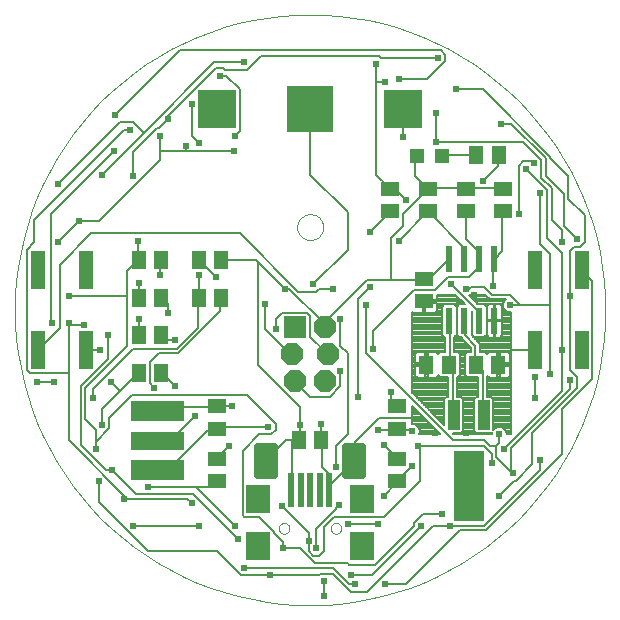
<source format=gtl>
G75*
G70*
%OFA0B0*%
%FSLAX24Y24*%
%IPPOS*%
%LPD*%
%AMOC8*
5,1,8,0,0,1.08239X$1,22.5*
%
%ADD10C,0.0004*%
%ADD11C,0.0000*%
%ADD12R,0.0591X0.0512*%
%ADD13R,0.0512X0.0591*%
%ADD14R,0.0984X0.2362*%
%ADD15R,0.0394X0.0984*%
%ADD16C,0.0030*%
%ADD17C,0.0033*%
%ADD18R,0.0236X0.0866*%
%ADD19R,0.1560X0.1560*%
%ADD20R,0.1250X0.1250*%
%ADD21R,0.0472X0.1260*%
%ADD22R,0.0740X0.0740*%
%ADD23OC8,0.0740*%
%ADD24R,0.0787X0.0945*%
%ADD25R,0.0197X0.1181*%
%ADD26C,0.0197*%
%ADD27R,0.0472X0.0472*%
%ADD28C,0.0070*%
%ADD29C,0.0240*%
%ADD30C,0.0080*%
D10*
X000161Y010296D02*
X000173Y010779D01*
X000208Y011261D01*
X000268Y011740D01*
X000350Y012216D01*
X000456Y012688D01*
X000585Y013153D01*
X000736Y013612D01*
X000910Y014063D01*
X001106Y014504D01*
X001323Y014936D01*
X001561Y015356D01*
X001820Y015764D01*
X002098Y016159D01*
X002395Y016540D01*
X002711Y016906D01*
X003044Y017256D01*
X003394Y017589D01*
X003760Y017905D01*
X004141Y018202D01*
X004536Y018480D01*
X004944Y018739D01*
X005364Y018977D01*
X005796Y019194D01*
X006237Y019390D01*
X006688Y019564D01*
X007147Y019715D01*
X007612Y019844D01*
X008084Y019950D01*
X008560Y020032D01*
X009039Y020092D01*
X009521Y020127D01*
X010004Y020139D01*
X010487Y020127D01*
X010969Y020092D01*
X011448Y020032D01*
X011924Y019950D01*
X012396Y019844D01*
X012861Y019715D01*
X013320Y019564D01*
X013771Y019390D01*
X014212Y019194D01*
X014644Y018977D01*
X015064Y018739D01*
X015472Y018480D01*
X015867Y018202D01*
X016248Y017905D01*
X016614Y017589D01*
X016964Y017256D01*
X017297Y016906D01*
X017613Y016540D01*
X017910Y016159D01*
X018188Y015764D01*
X018447Y015356D01*
X018685Y014936D01*
X018902Y014504D01*
X019098Y014063D01*
X019272Y013612D01*
X019423Y013153D01*
X019552Y012688D01*
X019658Y012216D01*
X019740Y011740D01*
X019800Y011261D01*
X019835Y010779D01*
X019847Y010296D01*
X019835Y009813D01*
X019800Y009331D01*
X019740Y008852D01*
X019658Y008376D01*
X019552Y007904D01*
X019423Y007439D01*
X019272Y006980D01*
X019098Y006529D01*
X018902Y006088D01*
X018685Y005656D01*
X018447Y005236D01*
X018188Y004828D01*
X017910Y004433D01*
X017613Y004052D01*
X017297Y003686D01*
X016964Y003336D01*
X016614Y003003D01*
X016248Y002687D01*
X015867Y002390D01*
X015472Y002112D01*
X015064Y001853D01*
X014644Y001615D01*
X014212Y001398D01*
X013771Y001202D01*
X013320Y001028D01*
X012861Y000877D01*
X012396Y000748D01*
X011924Y000642D01*
X011448Y000560D01*
X010969Y000500D01*
X010487Y000465D01*
X010004Y000453D01*
X009521Y000465D01*
X009039Y000500D01*
X008560Y000560D01*
X008084Y000642D01*
X007612Y000748D01*
X007147Y000877D01*
X006688Y001028D01*
X006237Y001202D01*
X005796Y001398D01*
X005364Y001615D01*
X004944Y001853D01*
X004536Y002112D01*
X004141Y002390D01*
X003760Y002687D01*
X003394Y003003D01*
X003044Y003336D01*
X002711Y003686D01*
X002395Y004052D01*
X002098Y004433D01*
X001820Y004828D01*
X001561Y005236D01*
X001323Y005656D01*
X001106Y006088D01*
X000910Y006529D01*
X000736Y006980D01*
X000585Y007439D01*
X000456Y007904D01*
X000350Y008376D01*
X000268Y008852D01*
X000208Y009331D01*
X000173Y009813D01*
X000161Y010296D01*
D11*
X009571Y013052D02*
X009573Y013093D01*
X009579Y013134D01*
X009589Y013174D01*
X009602Y013213D01*
X009619Y013250D01*
X009640Y013286D01*
X009664Y013320D01*
X009691Y013351D01*
X009720Y013379D01*
X009753Y013405D01*
X009787Y013427D01*
X009824Y013446D01*
X009862Y013461D01*
X009902Y013473D01*
X009942Y013481D01*
X009983Y013485D01*
X010025Y013485D01*
X010066Y013481D01*
X010106Y013473D01*
X010146Y013461D01*
X010184Y013446D01*
X010220Y013427D01*
X010255Y013405D01*
X010288Y013379D01*
X010317Y013351D01*
X010344Y013320D01*
X010368Y013286D01*
X010389Y013250D01*
X010406Y013213D01*
X010419Y013174D01*
X010429Y013134D01*
X010435Y013093D01*
X010437Y013052D01*
X010435Y013011D01*
X010429Y012970D01*
X010419Y012930D01*
X010406Y012891D01*
X010389Y012854D01*
X010368Y012818D01*
X010344Y012784D01*
X010317Y012753D01*
X010288Y012725D01*
X010255Y012699D01*
X010221Y012677D01*
X010184Y012658D01*
X010146Y012643D01*
X010106Y012631D01*
X010066Y012623D01*
X010025Y012619D01*
X009983Y012619D01*
X009942Y012623D01*
X009902Y012631D01*
X009862Y012643D01*
X009824Y012658D01*
X009788Y012677D01*
X009753Y012699D01*
X009720Y012725D01*
X009691Y012753D01*
X009664Y012784D01*
X009640Y012818D01*
X009619Y012854D01*
X009602Y012891D01*
X009589Y012930D01*
X009579Y012970D01*
X009573Y013011D01*
X009571Y013052D01*
X008961Y003013D02*
X008963Y003039D01*
X008969Y003065D01*
X008979Y003090D01*
X008992Y003113D01*
X009008Y003133D01*
X009028Y003151D01*
X009050Y003166D01*
X009073Y003178D01*
X009099Y003186D01*
X009125Y003190D01*
X009151Y003190D01*
X009177Y003186D01*
X009203Y003178D01*
X009227Y003166D01*
X009248Y003151D01*
X009268Y003133D01*
X009284Y003113D01*
X009297Y003090D01*
X009307Y003065D01*
X009313Y003039D01*
X009315Y003013D01*
X009313Y002987D01*
X009307Y002961D01*
X009297Y002936D01*
X009284Y002913D01*
X009268Y002893D01*
X009248Y002875D01*
X009226Y002860D01*
X009203Y002848D01*
X009177Y002840D01*
X009151Y002836D01*
X009125Y002836D01*
X009099Y002840D01*
X009073Y002848D01*
X009049Y002860D01*
X009028Y002875D01*
X009008Y002893D01*
X008992Y002913D01*
X008979Y002936D01*
X008969Y002961D01*
X008963Y002987D01*
X008961Y003013D01*
X010693Y003013D02*
X010695Y003039D01*
X010701Y003065D01*
X010711Y003090D01*
X010724Y003113D01*
X010740Y003133D01*
X010760Y003151D01*
X010782Y003166D01*
X010805Y003178D01*
X010831Y003186D01*
X010857Y003190D01*
X010883Y003190D01*
X010909Y003186D01*
X010935Y003178D01*
X010959Y003166D01*
X010980Y003151D01*
X011000Y003133D01*
X011016Y003113D01*
X011029Y003090D01*
X011039Y003065D01*
X011045Y003039D01*
X011047Y003013D01*
X011045Y002987D01*
X011039Y002961D01*
X011029Y002936D01*
X011016Y002913D01*
X011000Y002893D01*
X010980Y002875D01*
X010958Y002860D01*
X010935Y002848D01*
X010909Y002840D01*
X010883Y002836D01*
X010857Y002836D01*
X010831Y002840D01*
X010805Y002848D01*
X010781Y002860D01*
X010760Y002875D01*
X010740Y002893D01*
X010724Y002913D01*
X010711Y002936D01*
X010701Y002961D01*
X010695Y002987D01*
X010693Y003013D01*
D12*
X012911Y004580D03*
X012911Y005328D03*
X012911Y006330D03*
X012911Y007078D03*
X013791Y010580D03*
X013791Y011328D03*
X013949Y013580D03*
X013949Y014328D03*
X015199Y014328D03*
X015199Y013580D03*
X016449Y013580D03*
X016449Y014328D03*
X012661Y014328D03*
X012661Y013580D03*
X006911Y007078D03*
X006911Y006330D03*
X006911Y005328D03*
X006911Y004580D03*
D13*
X009630Y005965D03*
X010378Y005965D03*
X013882Y008471D03*
X014630Y008471D03*
X015535Y008471D03*
X016283Y008471D03*
X007035Y010704D03*
X006287Y010704D03*
X005035Y010704D03*
X004287Y010704D03*
X004287Y011954D03*
X005035Y011954D03*
X006287Y011954D03*
X007035Y011954D03*
X005035Y009454D03*
X004287Y009454D03*
X004287Y008204D03*
X005035Y008204D03*
X015537Y015454D03*
X016285Y015454D03*
D14*
X015291Y004428D03*
D15*
X014791Y006790D03*
X015791Y006790D03*
D16*
X005782Y006234D02*
X005782Y005674D01*
X004040Y005674D01*
X004040Y006234D01*
X005782Y006234D01*
X005782Y005703D02*
X004040Y005703D01*
X004040Y005732D02*
X005782Y005732D01*
X005782Y005761D02*
X004040Y005761D01*
X004040Y005790D02*
X005782Y005790D01*
X005782Y005819D02*
X004040Y005819D01*
X004040Y005848D02*
X005782Y005848D01*
X005782Y005877D02*
X004040Y005877D01*
X004040Y005906D02*
X005782Y005906D01*
X005782Y005935D02*
X004040Y005935D01*
X004040Y005964D02*
X005782Y005964D01*
X005782Y005993D02*
X004040Y005993D01*
X004040Y006022D02*
X005782Y006022D01*
X005782Y006051D02*
X004040Y006051D01*
X004040Y006080D02*
X005782Y006080D01*
X005782Y006109D02*
X004040Y006109D01*
X004040Y006138D02*
X005782Y006138D01*
X005782Y006167D02*
X004040Y006167D01*
X004040Y006196D02*
X005782Y006196D01*
X005782Y006225D02*
X004040Y006225D01*
D17*
X005781Y006620D02*
X005781Y007256D01*
X005781Y006620D02*
X004041Y006620D01*
X004041Y007256D01*
X005781Y007256D01*
X005781Y006652D02*
X004041Y006652D01*
X004041Y006684D02*
X005781Y006684D01*
X005781Y006716D02*
X004041Y006716D01*
X004041Y006748D02*
X005781Y006748D01*
X005781Y006780D02*
X004041Y006780D01*
X004041Y006812D02*
X005781Y006812D01*
X005781Y006844D02*
X004041Y006844D01*
X004041Y006876D02*
X005781Y006876D01*
X005781Y006908D02*
X004041Y006908D01*
X004041Y006940D02*
X005781Y006940D01*
X005781Y006972D02*
X004041Y006972D01*
X004041Y007004D02*
X005781Y007004D01*
X005781Y007036D02*
X004041Y007036D01*
X004041Y007068D02*
X005781Y007068D01*
X005781Y007100D02*
X004041Y007100D01*
X004041Y007132D02*
X005781Y007132D01*
X005781Y007164D02*
X004041Y007164D01*
X004041Y007196D02*
X005781Y007196D01*
X005781Y007228D02*
X004041Y007228D01*
X005781Y005287D02*
X005781Y004651D01*
X004041Y004651D01*
X004041Y005287D01*
X005781Y005287D01*
X005781Y004683D02*
X004041Y004683D01*
X004041Y004715D02*
X005781Y004715D01*
X005781Y004747D02*
X004041Y004747D01*
X004041Y004779D02*
X005781Y004779D01*
X005781Y004811D02*
X004041Y004811D01*
X004041Y004843D02*
X005781Y004843D01*
X005781Y004875D02*
X004041Y004875D01*
X004041Y004907D02*
X005781Y004907D01*
X005781Y004939D02*
X004041Y004939D01*
X004041Y004971D02*
X005781Y004971D01*
X005781Y005003D02*
X004041Y005003D01*
X004041Y005035D02*
X005781Y005035D01*
X005781Y005067D02*
X004041Y005067D01*
X004041Y005099D02*
X005781Y005099D01*
X005781Y005131D02*
X004041Y005131D01*
X004041Y005163D02*
X005781Y005163D01*
X005781Y005195D02*
X004041Y005195D01*
X004041Y005227D02*
X005781Y005227D01*
X005781Y005259D02*
X004041Y005259D01*
D18*
X014647Y009930D03*
X015147Y009930D03*
X015647Y009930D03*
X016147Y009930D03*
X016147Y011977D03*
X015647Y011977D03*
X015147Y011977D03*
X014647Y011977D03*
D19*
X010004Y016989D03*
D20*
X013104Y016989D03*
X006904Y016989D03*
D21*
X002523Y011635D03*
X000949Y011635D03*
X000949Y008957D03*
X002523Y008957D03*
X017484Y008957D03*
X019059Y008957D03*
X019059Y011635D03*
X017484Y011635D03*
D22*
X009491Y009714D03*
D23*
X010491Y009714D03*
X010591Y008814D03*
X009391Y008814D03*
X009491Y007914D03*
X010491Y007914D03*
D24*
X011736Y003997D03*
X011736Y002422D03*
X008271Y002422D03*
X008271Y003997D03*
D25*
X009374Y004298D03*
X009689Y004298D03*
X010004Y004298D03*
X010319Y004298D03*
X010634Y004298D03*
D26*
X011177Y004765D02*
X011767Y004765D01*
X011177Y004765D02*
X011177Y005749D01*
X011767Y005749D01*
X011767Y004765D01*
X011767Y004961D02*
X011177Y004961D01*
X011177Y005157D02*
X011767Y005157D01*
X011767Y005353D02*
X011177Y005353D01*
X011177Y005549D02*
X011767Y005549D01*
X011767Y005745D02*
X011177Y005745D01*
X008830Y004765D02*
X008240Y004765D01*
X008240Y005749D01*
X008830Y005749D01*
X008830Y004765D01*
X008830Y004961D02*
X008240Y004961D01*
X008240Y005157D02*
X008830Y005157D01*
X008830Y005353D02*
X008240Y005353D01*
X008240Y005549D02*
X008830Y005549D01*
X008830Y005745D02*
X008240Y005745D01*
D27*
X013578Y015434D03*
X014405Y015434D03*
D28*
X002961Y003904D02*
X004611Y002254D01*
X006911Y002254D01*
X007711Y001454D01*
X008661Y001454D01*
X010311Y001454D01*
X010361Y001504D01*
X010761Y001504D01*
X011361Y000904D01*
X011911Y000904D01*
X014111Y003104D01*
X014661Y003104D01*
X015811Y003104D01*
X017661Y004954D01*
X017661Y005304D01*
X017411Y005154D02*
X017411Y006204D01*
X018911Y007704D01*
X018911Y008054D01*
X018661Y008304D01*
X018661Y010754D01*
X018661Y012254D01*
X018811Y012404D01*
X019011Y012404D01*
X019161Y012554D01*
X019161Y013454D01*
X018611Y014004D01*
X018611Y014754D01*
X018011Y015354D01*
X018011Y015404D01*
X015761Y017654D01*
X014861Y017654D01*
X014511Y018604D02*
X013911Y018004D01*
X012961Y018004D01*
X012511Y017904D02*
X012211Y017904D01*
X012211Y018504D01*
X012361Y018704D02*
X012311Y018754D01*
X008361Y018754D01*
X007911Y018304D01*
X007161Y018304D01*
X007111Y018354D01*
X006861Y018354D01*
X005261Y016754D01*
X005261Y016654D01*
X004961Y016354D01*
X004911Y016354D01*
X004111Y015554D01*
X004111Y014754D01*
X005011Y015304D02*
X002961Y013254D01*
X002311Y013254D01*
X001611Y012554D01*
X001661Y011804D02*
X001661Y009704D01*
X000961Y009004D01*
X000949Y008957D01*
X000561Y008304D02*
X000661Y008204D01*
X001961Y008204D01*
X001961Y009804D01*
X001961Y009854D01*
X001961Y009804D01*
X002461Y009804D01*
X003261Y009454D02*
X003261Y008654D01*
X002361Y007754D01*
X002361Y005804D01*
X003211Y004954D01*
X003411Y004954D01*
X004211Y004154D01*
X006111Y004154D01*
X007611Y002654D01*
X007511Y003104D02*
X006211Y004404D01*
X004611Y004404D01*
X003911Y004004D02*
X003811Y004004D01*
X003911Y004004D01*
X001961Y005954D01*
X001961Y008204D01*
X001461Y007904D02*
X000911Y007904D01*
X000561Y008304D02*
X000561Y012304D01*
X000811Y012554D01*
X000811Y013304D01*
X003811Y016304D01*
X004011Y016304D01*
X004111Y016554D02*
X003661Y016554D01*
X001611Y014504D01*
X003061Y014804D02*
X004461Y016204D01*
X004111Y016554D01*
X004461Y016204D02*
X006811Y018554D01*
X007811Y018554D01*
X007211Y018104D02*
X007661Y017654D01*
X007661Y016254D01*
X007511Y016104D01*
X007461Y015604D02*
X005861Y015604D01*
X005861Y015754D01*
X005861Y015604D02*
X005011Y015604D01*
X005011Y016104D01*
X005011Y015604D02*
X005011Y015304D01*
X006061Y016104D02*
X006311Y015854D01*
X006061Y016104D02*
X006061Y017154D01*
X007011Y018104D02*
X007211Y018104D01*
X005661Y018954D02*
X003511Y016804D01*
X003461Y015604D02*
X001361Y013504D01*
X001361Y009904D01*
X001411Y009854D01*
X001961Y010754D02*
X003911Y010754D01*
X003911Y009104D01*
X002511Y007704D01*
X002511Y006654D01*
X002861Y006304D01*
X002861Y005904D01*
X003311Y006354D01*
X003311Y006704D01*
X004061Y007454D01*
X007911Y007454D01*
X008861Y006504D01*
X008861Y006304D01*
X008711Y006154D01*
X008311Y006154D01*
X007761Y005604D01*
X007761Y003454D01*
X007811Y003404D01*
X008311Y003404D01*
X008811Y002904D01*
X008811Y002854D01*
X009111Y002554D01*
X009111Y002354D01*
X009661Y002354D01*
X010161Y001854D01*
X011261Y001854D01*
X011311Y001804D01*
X012161Y001804D01*
X013461Y003104D01*
X013461Y003204D01*
X013761Y003504D01*
X014411Y003504D01*
X013711Y003104D02*
X012061Y001454D01*
X011361Y001454D01*
X011311Y001154D02*
X011511Y001154D01*
X011311Y001154D02*
X010761Y001704D01*
X007811Y001704D01*
X009961Y002254D02*
X009961Y002604D01*
X009961Y002854D01*
X009061Y003754D01*
X009374Y004298D02*
X009411Y004304D01*
X009411Y005954D01*
X009630Y005965D01*
X009661Y006004D01*
X009661Y006454D01*
X009661Y007054D01*
X008261Y008454D01*
X008261Y011904D01*
X008211Y011954D01*
X007061Y011954D01*
X007035Y011954D01*
X006861Y011404D02*
X006311Y011954D01*
X006287Y011954D01*
X006311Y011454D02*
X006311Y010704D01*
X006287Y010704D01*
X006261Y010704D01*
X006261Y009704D01*
X005561Y009004D01*
X004111Y009004D01*
X002761Y007654D01*
X002761Y007354D01*
X003061Y007004D02*
X003661Y007604D01*
X003361Y007904D01*
X003661Y007604D02*
X004261Y008204D01*
X004287Y008204D01*
X004661Y007854D02*
X004661Y008554D01*
X004961Y008854D01*
X005611Y008854D01*
X007011Y010254D01*
X007011Y010704D01*
X007035Y010704D01*
X008511Y010504D02*
X008511Y009654D01*
X009361Y008804D01*
X009391Y008814D01*
X010011Y009404D02*
X010561Y008854D01*
X010591Y008814D01*
X011011Y009104D02*
X011261Y008854D01*
X011261Y006154D01*
X010861Y005754D01*
X010861Y005054D01*
X010611Y004854D02*
X010611Y004404D01*
X010634Y004298D01*
X010611Y004304D01*
X010611Y004404D01*
X011461Y005254D01*
X011472Y005257D01*
X011511Y005304D01*
X011511Y005904D01*
X012311Y006704D01*
X013361Y006704D01*
X013391Y006704D01*
X013361Y006304D02*
X012911Y006304D01*
X012911Y006330D01*
X012911Y006304D01*
X012261Y006304D01*
X012461Y005804D02*
X012911Y005354D01*
X012911Y005328D01*
X013411Y005104D02*
X012911Y004604D01*
X012911Y004580D01*
X012911Y004554D01*
X012461Y004104D01*
X012461Y003404D02*
X013661Y004604D01*
X013661Y005754D01*
X013611Y005754D01*
X013661Y005754D01*
X015811Y005754D01*
X016061Y005504D01*
X016061Y005204D01*
X016211Y005404D02*
X016711Y004904D01*
X016761Y004854D01*
X016711Y004904D01*
X016711Y005704D01*
X018661Y007654D01*
X018661Y007954D01*
X018411Y007604D02*
X018411Y008954D01*
X018411Y012204D01*
X017911Y012704D01*
X017911Y014304D01*
X017211Y015004D01*
X017111Y015254D02*
X016961Y015104D01*
X016961Y013504D01*
X016449Y013580D02*
X016411Y013554D01*
X016411Y012254D01*
X016161Y012004D01*
X016147Y011977D01*
X016111Y011954D01*
X016111Y011104D01*
X016061Y010804D02*
X015811Y011054D01*
X015361Y011054D01*
X015311Y011004D01*
X015211Y011004D01*
X014711Y011154D02*
X015611Y010254D01*
X015611Y009954D01*
X015647Y009930D01*
X015161Y009904D02*
X015161Y009454D01*
X015511Y009104D01*
X015511Y008504D01*
X015535Y008471D01*
X015561Y008454D01*
X015761Y008254D01*
X015761Y006804D01*
X015791Y006790D01*
X016311Y006154D02*
X016311Y005854D01*
X016211Y005754D01*
X016011Y005754D01*
X015811Y005954D01*
X014761Y005954D01*
X011861Y008854D01*
X011861Y010454D01*
X011611Y010654D02*
X012011Y011054D01*
X011911Y011304D02*
X010461Y009854D01*
X010491Y009714D01*
X010461Y009754D01*
X010461Y009854D01*
X009311Y011004D01*
X009161Y011004D01*
X008261Y011904D01*
X007661Y012854D02*
X002711Y012854D01*
X001661Y011804D01*
X003911Y011604D02*
X003911Y010754D01*
X004287Y010704D02*
X004311Y010704D01*
X004311Y011204D01*
X003911Y011604D02*
X004261Y011954D01*
X004287Y011954D01*
X004261Y011954D01*
X004261Y012604D01*
X005011Y011954D02*
X005035Y011954D01*
X005011Y011954D02*
X005011Y011454D01*
X005035Y010704D02*
X005061Y010704D01*
X005261Y010504D01*
X005261Y010204D01*
X004311Y010004D02*
X004311Y009454D01*
X004287Y009454D01*
X005035Y009454D02*
X005061Y009454D01*
X005211Y009304D01*
X005511Y009304D01*
X005061Y008204D02*
X005035Y008204D01*
X005061Y008204D02*
X005511Y007754D01*
X004811Y007704D02*
X004661Y007854D01*
X005011Y007054D02*
X004911Y006954D01*
X004911Y006938D01*
X005011Y007054D02*
X006911Y007054D01*
X006911Y007078D01*
X006911Y007104D01*
X007411Y007104D01*
X006961Y006404D02*
X006911Y006354D01*
X006911Y006330D01*
X006911Y006304D01*
X006611Y006304D01*
X005311Y005004D01*
X004911Y005004D01*
X004911Y004969D01*
X006211Y004404D02*
X006761Y004404D01*
X006911Y004554D01*
X006911Y004580D01*
X006911Y005328D02*
X006911Y005354D01*
X007311Y005754D01*
X006961Y006404D02*
X008611Y006404D01*
X009211Y005954D02*
X008561Y005304D01*
X008535Y005257D01*
X009211Y005954D02*
X009411Y005954D01*
X009611Y005954D01*
X009630Y005965D01*
X010361Y006004D02*
X010361Y006504D01*
X010361Y006004D02*
X010378Y005965D01*
X010411Y005954D01*
X010411Y005054D01*
X010611Y004854D01*
X010961Y003804D02*
X010861Y003704D01*
X010861Y003654D01*
X010211Y003004D01*
X010211Y002354D01*
X009961Y002254D02*
X010111Y002104D01*
X010311Y002104D01*
X010461Y002254D01*
X010461Y003054D01*
X010811Y003404D01*
X012461Y003404D01*
X012261Y003154D02*
X011261Y003154D01*
X010461Y001254D02*
X010461Y000754D01*
X012511Y001154D02*
X013211Y001154D01*
X015011Y002954D01*
X015861Y002954D01*
X018411Y005504D01*
X018411Y007004D01*
X019411Y008004D01*
X019411Y011254D01*
X019061Y011604D01*
X019059Y011635D01*
X018411Y012554D02*
X018411Y012954D01*
X018061Y013304D01*
X018061Y014354D01*
X017711Y014704D01*
X017711Y015304D01*
X017111Y015904D01*
X014211Y015904D01*
X014211Y016854D01*
X013111Y016954D02*
X013104Y016989D01*
X013111Y016954D02*
X013111Y016054D01*
X013511Y015454D02*
X013561Y015454D01*
X013578Y015434D01*
X013511Y015454D02*
X013511Y014754D01*
X013911Y014354D01*
X013949Y014328D01*
X013911Y014304D01*
X013111Y013504D01*
X013111Y013104D01*
X012711Y012704D01*
X012711Y011304D01*
X013761Y011304D01*
X013791Y011328D01*
X013811Y011354D01*
X014011Y011354D01*
X014611Y011954D01*
X014647Y011977D01*
X015111Y012004D02*
X015147Y011977D01*
X015111Y012004D02*
X015111Y012404D01*
X013961Y013554D01*
X013949Y013580D01*
X013911Y013554D01*
X012961Y012604D01*
X012011Y012904D02*
X012661Y013554D01*
X012661Y013580D01*
X013211Y013954D02*
X012861Y014304D01*
X012661Y014304D01*
X012661Y014328D01*
X012661Y014354D01*
X012211Y014804D01*
X012211Y017904D01*
X012361Y018704D02*
X014261Y018704D01*
X014361Y018954D02*
X005661Y018954D01*
X010004Y016989D02*
X010011Y016954D01*
X010011Y014804D01*
X011261Y013554D01*
X011261Y012304D01*
X010111Y011154D01*
X010311Y011004D02*
X010211Y010904D01*
X009611Y010904D01*
X007661Y012854D01*
X010311Y011004D02*
X010761Y011004D01*
X011611Y010654D02*
X011611Y007404D01*
X011011Y007754D02*
X010661Y007404D01*
X010011Y007404D01*
X009511Y007904D01*
X009491Y007914D01*
X011011Y007754D02*
X011011Y008254D01*
X011011Y009104D02*
X011011Y010004D01*
X010011Y010104D02*
X010011Y009404D01*
X010011Y010104D02*
X009911Y010204D01*
X009061Y010204D01*
X008861Y010004D01*
X008861Y009654D01*
X012111Y009604D02*
X012111Y009004D01*
X012111Y009604D02*
X013461Y010954D01*
X014161Y010954D01*
X014611Y011404D01*
X015311Y011404D01*
X015611Y011704D01*
X015611Y011954D01*
X015647Y011977D01*
X015611Y012004D01*
X015611Y012254D01*
X015211Y012654D01*
X015211Y013554D01*
X015199Y013580D01*
X015199Y014328D02*
X015161Y014354D01*
X013961Y014354D01*
X013949Y014328D01*
X015199Y014328D02*
X015211Y014354D01*
X016411Y014354D01*
X016449Y014328D01*
X015761Y014604D02*
X016261Y015104D01*
X016261Y015454D01*
X016285Y015454D01*
X017111Y015254D02*
X017411Y015254D01*
X017461Y015204D01*
X017861Y015354D02*
X017861Y014754D01*
X018461Y014154D01*
X018461Y013104D01*
X018911Y012654D01*
X018011Y012154D02*
X018011Y010454D01*
X017011Y010454D01*
X016661Y010804D01*
X016061Y010804D01*
X016661Y010454D02*
X017011Y010454D01*
X018011Y010454D02*
X018011Y008154D01*
X017511Y008054D02*
X017511Y007354D01*
X018411Y007604D02*
X016461Y005654D01*
X016211Y005754D02*
X016211Y005404D01*
X016861Y004604D02*
X017411Y005154D01*
X016861Y004604D02*
X016811Y004604D01*
X016311Y004104D01*
X013411Y006254D02*
X013361Y006304D01*
X012911Y007078D02*
X012911Y007104D01*
X012711Y007304D01*
X012711Y007554D01*
X014630Y008471D02*
X014661Y008454D01*
X014761Y008354D01*
X014761Y006804D01*
X014791Y006790D01*
X014630Y008471D02*
X014661Y008504D01*
X014661Y009904D01*
X014647Y009930D01*
X015147Y009930D02*
X015161Y009904D01*
X016704Y008954D02*
X016711Y008954D01*
X017461Y008954D01*
X017484Y008957D01*
X018011Y012154D02*
X017661Y012504D01*
X017661Y014204D01*
X017861Y015354D02*
X016711Y016504D01*
X016361Y016504D01*
X015537Y015454D02*
X015511Y015454D01*
X014411Y015454D01*
X014405Y015434D01*
X014511Y018604D02*
X014511Y018804D01*
X014361Y018954D01*
X012711Y011304D02*
X011911Y011304D01*
X006161Y006754D02*
X005361Y005954D01*
X004911Y005954D01*
X003061Y006454D02*
X003061Y007004D01*
X002861Y005904D02*
X002861Y005654D01*
X002961Y004604D02*
X002961Y003904D01*
X003911Y004004D02*
X005911Y004004D01*
X006061Y003854D01*
X006311Y003104D02*
X004111Y003104D01*
X003011Y008954D02*
X002561Y008954D01*
X002523Y008957D01*
D29*
X003011Y008954D03*
X003261Y009454D03*
X002461Y009804D03*
X001961Y009854D03*
X001411Y009854D03*
X001961Y010754D03*
X004311Y011204D03*
X005011Y011454D03*
X006311Y011454D03*
X006861Y011404D03*
X008511Y010504D03*
X009161Y011004D03*
X010111Y011154D03*
X010761Y011004D03*
X011861Y010454D03*
X012011Y011054D03*
X011011Y010004D03*
X012111Y009004D03*
X011011Y008254D03*
X011611Y007404D03*
X012711Y007554D03*
X012261Y006304D03*
X012461Y005804D03*
X013411Y006254D03*
X013611Y005754D03*
X014161Y006204D03*
X015211Y006204D03*
X016311Y006154D03*
X016461Y005654D03*
X016061Y005204D03*
X016761Y004854D03*
X016311Y004104D03*
X014661Y003104D03*
X014411Y003504D03*
X013711Y003104D03*
X012261Y003154D03*
X011261Y003154D03*
X010961Y003804D03*
X012461Y004104D03*
X013411Y005104D03*
X010861Y005054D03*
X009061Y003754D03*
X007511Y003104D03*
X007611Y002654D03*
X006311Y003104D03*
X006061Y003854D03*
X004611Y004404D03*
X003811Y004004D03*
X002961Y004604D03*
X003411Y004954D03*
X002861Y005654D03*
X003061Y006454D03*
X002761Y007354D03*
X003361Y007904D03*
X004811Y007704D03*
X005511Y007754D03*
X006161Y006754D03*
X007411Y007104D03*
X008611Y006404D03*
X009661Y006454D03*
X010361Y006504D03*
X007311Y005754D03*
X004111Y003104D03*
X007811Y001704D03*
X008661Y001454D03*
X009111Y002354D03*
X009961Y002604D03*
X010211Y002354D03*
X011361Y001454D03*
X011511Y001154D03*
X010461Y001254D03*
X010461Y000754D03*
X012511Y001154D03*
X017661Y005304D03*
X017511Y007354D03*
X017511Y008054D03*
X018011Y008154D03*
X018661Y007954D03*
X018411Y008954D03*
X016661Y010454D03*
X016111Y011104D03*
X015461Y010804D03*
X015211Y011004D03*
X014711Y011154D03*
X014961Y010554D03*
X012961Y012604D03*
X012011Y012904D03*
X013211Y013954D03*
X015761Y014604D03*
X017211Y015004D03*
X017461Y015204D03*
X017661Y014204D03*
X016961Y013504D03*
X018411Y012554D03*
X018911Y012654D03*
X018661Y010754D03*
X014211Y015904D03*
X013111Y016054D03*
X014211Y016854D03*
X014861Y017654D03*
X016361Y016504D03*
X014261Y018704D03*
X012961Y018004D03*
X012511Y017904D03*
X012211Y018504D03*
X007811Y018554D03*
X007011Y018104D03*
X006061Y017154D03*
X005261Y016654D03*
X005011Y016104D03*
X005861Y015754D03*
X006311Y015854D03*
X007461Y015604D03*
X007511Y016104D03*
X004111Y014754D03*
X003061Y014804D03*
X003461Y015604D03*
X004011Y016304D03*
X003511Y016804D03*
X001611Y014504D03*
X002311Y013254D03*
X001611Y012554D03*
X004261Y012604D03*
X005261Y010204D03*
X004311Y010004D03*
X005511Y009304D03*
X008861Y009654D03*
X001461Y007904D03*
X000911Y007904D03*
D30*
X013391Y007915D02*
X014606Y007915D01*
X014606Y007837D02*
X013391Y007837D01*
X013391Y007758D02*
X014606Y007758D01*
X014606Y007680D02*
X013391Y007680D01*
X013391Y007601D02*
X014606Y007601D01*
X014606Y007522D02*
X013411Y007522D01*
X013391Y007543D02*
X013391Y010230D01*
X013410Y010212D01*
X013442Y010193D01*
X013477Y010184D01*
X013751Y010184D01*
X013751Y010539D01*
X013831Y010539D01*
X013831Y010184D01*
X014105Y010184D01*
X014140Y010193D01*
X014409Y010193D01*
X014409Y010271D02*
X014217Y010271D01*
X014217Y010270D02*
X014226Y010305D01*
X014226Y010540D01*
X013831Y010540D01*
X013831Y010619D01*
X014226Y010619D01*
X014226Y010800D01*
X014230Y010804D01*
X014842Y010804D01*
X015163Y010483D01*
X014980Y010483D01*
X014909Y010413D01*
X014909Y009447D01*
X014980Y009377D01*
X015019Y009377D01*
X015097Y009299D01*
X015356Y009039D01*
X015356Y008886D01*
X015230Y008886D01*
X015159Y008816D01*
X015159Y008126D01*
X015230Y008056D01*
X015606Y008056D01*
X015606Y007402D01*
X015545Y007402D01*
X015474Y007332D01*
X015474Y006248D01*
X015545Y006178D01*
X016038Y006178D01*
X016079Y006219D01*
X016071Y006201D01*
X016071Y006154D01*
X014780Y006154D01*
X014756Y006178D01*
X015038Y006178D01*
X015108Y006248D01*
X015108Y007332D01*
X015038Y007402D01*
X014916Y007402D01*
X014916Y008056D01*
X014935Y008056D01*
X015006Y008126D01*
X015006Y008816D01*
X014935Y008886D01*
X014816Y008886D01*
X014816Y009378D01*
X014886Y009447D01*
X014886Y010413D01*
X014815Y010483D01*
X014480Y010483D01*
X014409Y010413D01*
X014409Y009447D01*
X014480Y009377D01*
X014506Y009377D01*
X014506Y008886D01*
X014324Y008886D01*
X014264Y008827D01*
X014250Y008852D01*
X014224Y008879D01*
X014192Y008897D01*
X014156Y008906D01*
X013922Y008906D01*
X013922Y008511D01*
X013842Y008511D01*
X013842Y008431D01*
X013922Y008431D01*
X013922Y008036D01*
X014156Y008036D01*
X014192Y008046D01*
X014224Y008064D01*
X014250Y008090D01*
X014264Y008116D01*
X014324Y008056D01*
X014606Y008056D01*
X014606Y007402D01*
X014545Y007402D01*
X014474Y007332D01*
X014474Y006460D01*
X013391Y007543D01*
X013490Y007444D02*
X014606Y007444D01*
X014508Y007365D02*
X013569Y007365D01*
X013647Y007287D02*
X014474Y007287D01*
X014474Y007208D02*
X013726Y007208D01*
X013804Y007130D02*
X014474Y007130D01*
X014474Y007051D02*
X013883Y007051D01*
X013961Y006973D02*
X014474Y006973D01*
X014474Y006894D02*
X014040Y006894D01*
X014118Y006816D02*
X014474Y006816D01*
X014474Y006737D02*
X014197Y006737D01*
X014275Y006658D02*
X014474Y006658D01*
X014474Y006580D02*
X014354Y006580D01*
X014433Y006501D02*
X014474Y006501D01*
X014151Y006344D02*
X013633Y006344D01*
X013651Y006301D02*
X013615Y006389D01*
X013547Y006457D01*
X013459Y006494D01*
X013391Y006494D01*
X013391Y007104D01*
X014342Y006154D01*
X013630Y006154D01*
X013651Y006206D01*
X013651Y006301D01*
X013651Y006266D02*
X014230Y006266D01*
X014308Y006187D02*
X013644Y006187D01*
X013581Y006423D02*
X014073Y006423D01*
X013994Y006501D02*
X013391Y006501D01*
X013391Y006580D02*
X013916Y006580D01*
X013837Y006658D02*
X013391Y006658D01*
X013391Y006737D02*
X013759Y006737D01*
X013680Y006816D02*
X013391Y006816D01*
X013391Y006894D02*
X013602Y006894D01*
X013523Y006973D02*
X013391Y006973D01*
X013391Y007051D02*
X013444Y007051D01*
X014916Y007444D02*
X015606Y007444D01*
X015606Y007522D02*
X014916Y007522D01*
X014916Y007601D02*
X015606Y007601D01*
X015606Y007680D02*
X014916Y007680D01*
X014916Y007758D02*
X015606Y007758D01*
X015606Y007837D02*
X014916Y007837D01*
X014916Y007915D02*
X015606Y007915D01*
X015606Y007994D02*
X014916Y007994D01*
X014952Y008072D02*
X015213Y008072D01*
X015159Y008151D02*
X015006Y008151D01*
X015006Y008229D02*
X015159Y008229D01*
X015159Y008308D02*
X015006Y008308D01*
X015006Y008386D02*
X015159Y008386D01*
X015159Y008465D02*
X015006Y008465D01*
X015006Y008544D02*
X015159Y008544D01*
X015159Y008622D02*
X015006Y008622D01*
X015006Y008701D02*
X015159Y008701D01*
X015159Y008779D02*
X015006Y008779D01*
X014964Y008858D02*
X015201Y008858D01*
X015356Y008936D02*
X014816Y008936D01*
X014816Y009015D02*
X015356Y009015D01*
X015302Y009093D02*
X014816Y009093D01*
X014816Y009172D02*
X015224Y009172D01*
X015145Y009250D02*
X014816Y009250D01*
X014816Y009329D02*
X015067Y009329D01*
X014949Y009407D02*
X014846Y009407D01*
X014886Y009486D02*
X014909Y009486D01*
X014909Y009565D02*
X014886Y009565D01*
X014886Y009643D02*
X014909Y009643D01*
X014909Y009722D02*
X014886Y009722D01*
X014886Y009800D02*
X014909Y009800D01*
X014909Y009879D02*
X014886Y009879D01*
X014886Y009957D02*
X014909Y009957D01*
X014909Y010036D02*
X014886Y010036D01*
X014886Y010114D02*
X014909Y010114D01*
X014909Y010193D02*
X014886Y010193D01*
X014886Y010271D02*
X014909Y010271D01*
X014909Y010350D02*
X014886Y010350D01*
X014870Y010429D02*
X014925Y010429D01*
X015060Y010586D02*
X013831Y010586D01*
X013831Y010507D02*
X013751Y010507D01*
X013751Y010429D02*
X013831Y010429D01*
X013831Y010350D02*
X013751Y010350D01*
X013751Y010271D02*
X013831Y010271D01*
X013831Y010193D02*
X013751Y010193D01*
X013443Y010193D02*
X013391Y010193D01*
X013391Y010114D02*
X014409Y010114D01*
X014409Y010036D02*
X013391Y010036D01*
X013391Y009957D02*
X014409Y009957D01*
X014409Y009879D02*
X013391Y009879D01*
X013391Y009800D02*
X014409Y009800D01*
X014409Y009722D02*
X013391Y009722D01*
X013391Y009643D02*
X014409Y009643D01*
X014409Y009565D02*
X013391Y009565D01*
X013391Y009486D02*
X014409Y009486D01*
X014449Y009407D02*
X013391Y009407D01*
X013391Y009329D02*
X014506Y009329D01*
X014506Y009250D02*
X013391Y009250D01*
X013391Y009172D02*
X014506Y009172D01*
X014506Y009093D02*
X013391Y009093D01*
X013391Y009015D02*
X014506Y009015D01*
X014506Y008936D02*
X013391Y008936D01*
X013391Y008858D02*
X013519Y008858D01*
X013514Y008852D02*
X013495Y008821D01*
X013486Y008785D01*
X013486Y008511D01*
X013842Y008511D01*
X013842Y008906D01*
X013607Y008906D01*
X013572Y008897D01*
X013540Y008879D01*
X013514Y008852D01*
X013486Y008779D02*
X013391Y008779D01*
X013391Y008701D02*
X013486Y008701D01*
X013486Y008622D02*
X013391Y008622D01*
X013391Y008544D02*
X013486Y008544D01*
X013486Y008431D02*
X013486Y008158D01*
X013495Y008122D01*
X013514Y008090D01*
X013540Y008064D01*
X013572Y008046D01*
X013607Y008036D01*
X013842Y008036D01*
X013842Y008431D01*
X013486Y008431D01*
X013486Y008386D02*
X013391Y008386D01*
X013391Y008308D02*
X013486Y008308D01*
X013486Y008229D02*
X013391Y008229D01*
X013391Y008151D02*
X013488Y008151D01*
X013532Y008072D02*
X013391Y008072D01*
X013391Y007994D02*
X014606Y007994D01*
X014308Y008072D02*
X014232Y008072D01*
X013922Y008072D02*
X013842Y008072D01*
X013842Y008151D02*
X013922Y008151D01*
X013922Y008229D02*
X013842Y008229D01*
X013842Y008308D02*
X013922Y008308D01*
X013922Y008386D02*
X013842Y008386D01*
X013842Y008465D02*
X013391Y008465D01*
X013842Y008544D02*
X013922Y008544D01*
X013922Y008622D02*
X013842Y008622D01*
X013842Y008701D02*
X013922Y008701D01*
X013922Y008779D02*
X013842Y008779D01*
X013842Y008858D02*
X013922Y008858D01*
X014244Y008858D02*
X014295Y008858D01*
X015386Y009448D02*
X015386Y010260D01*
X015409Y010236D01*
X015409Y009447D01*
X015480Y009377D01*
X015815Y009377D01*
X015886Y009447D01*
X015886Y010413D01*
X015815Y010483D01*
X015601Y010483D01*
X015302Y010782D01*
X015347Y010800D01*
X015351Y010804D01*
X015842Y010804D01*
X015906Y010739D01*
X015997Y010649D01*
X016517Y010649D01*
X016458Y010589D01*
X016421Y010501D01*
X016421Y010406D01*
X016458Y010318D01*
X016525Y010250D01*
X016614Y010214D01*
X016704Y010214D01*
X016704Y006154D01*
X016551Y006154D01*
X016551Y006201D01*
X016515Y006289D01*
X016447Y006357D01*
X016359Y006394D01*
X016264Y006394D01*
X016175Y006357D01*
X016108Y006290D01*
X016108Y007332D01*
X016038Y007402D01*
X015916Y007402D01*
X015916Y008089D01*
X015941Y008064D01*
X015973Y008046D01*
X016009Y008036D01*
X016243Y008036D01*
X016243Y008431D01*
X016323Y008431D01*
X016323Y008036D01*
X016558Y008036D01*
X016593Y008046D01*
X016625Y008064D01*
X016651Y008090D01*
X016670Y008122D01*
X016679Y008158D01*
X016679Y008431D01*
X016323Y008431D01*
X016323Y008511D01*
X016243Y008511D01*
X016243Y008906D01*
X016009Y008906D01*
X015973Y008897D01*
X015941Y008879D01*
X015915Y008852D01*
X015901Y008827D01*
X015841Y008886D01*
X015666Y008886D01*
X015666Y009039D01*
X015666Y009168D01*
X015386Y009448D01*
X015386Y009486D02*
X015409Y009486D01*
X015409Y009565D02*
X015386Y009565D01*
X015386Y009643D02*
X015409Y009643D01*
X015409Y009722D02*
X015386Y009722D01*
X015386Y009800D02*
X015409Y009800D01*
X015409Y009879D02*
X015386Y009879D01*
X015386Y009957D02*
X015409Y009957D01*
X015409Y010036D02*
X015386Y010036D01*
X015386Y010114D02*
X015409Y010114D01*
X015409Y010193D02*
X015386Y010193D01*
X015577Y010507D02*
X016424Y010507D01*
X016378Y010449D02*
X016352Y010475D01*
X016320Y010493D01*
X016284Y010503D01*
X016167Y010503D01*
X016167Y009949D01*
X016406Y009949D01*
X016406Y010381D01*
X016396Y010417D01*
X016378Y010449D01*
X016389Y010429D02*
X016421Y010429D01*
X016406Y010350D02*
X016444Y010350D01*
X016406Y010271D02*
X016504Y010271D01*
X016406Y010193D02*
X016704Y010193D01*
X016704Y010114D02*
X016406Y010114D01*
X016406Y010036D02*
X016704Y010036D01*
X016704Y009957D02*
X016406Y009957D01*
X016406Y009911D02*
X016167Y009911D01*
X016167Y009949D01*
X016128Y009949D01*
X016128Y009911D01*
X015889Y009911D01*
X015889Y009478D01*
X015899Y009443D01*
X015917Y009411D01*
X015943Y009385D01*
X015975Y009366D01*
X016011Y009357D01*
X016128Y009357D01*
X016128Y009911D01*
X016167Y009911D01*
X016167Y009357D01*
X016284Y009357D01*
X016320Y009366D01*
X016352Y009385D01*
X016378Y009411D01*
X016396Y009443D01*
X016406Y009478D01*
X016406Y009911D01*
X016406Y009879D02*
X016704Y009879D01*
X016704Y009800D02*
X016406Y009800D01*
X016406Y009722D02*
X016704Y009722D01*
X016704Y009643D02*
X016406Y009643D01*
X016406Y009565D02*
X016704Y009565D01*
X016704Y009486D02*
X016406Y009486D01*
X016374Y009407D02*
X016704Y009407D01*
X016704Y009329D02*
X015505Y009329D01*
X015449Y009407D02*
X015426Y009407D01*
X015584Y009250D02*
X016704Y009250D01*
X016704Y009172D02*
X015662Y009172D01*
X015666Y009093D02*
X016704Y009093D01*
X016704Y009015D02*
X015666Y009015D01*
X015666Y008936D02*
X016704Y008936D01*
X016704Y008858D02*
X016646Y008858D01*
X016651Y008852D02*
X016625Y008879D01*
X016593Y008897D01*
X016558Y008906D01*
X016323Y008906D01*
X016323Y008511D01*
X016679Y008511D01*
X016679Y008785D01*
X016670Y008821D01*
X016651Y008852D01*
X016679Y008779D02*
X016704Y008779D01*
X016704Y008701D02*
X016679Y008701D01*
X016679Y008622D02*
X016704Y008622D01*
X016704Y008544D02*
X016679Y008544D01*
X016704Y008465D02*
X016323Y008465D01*
X016323Y008544D02*
X016243Y008544D01*
X016243Y008622D02*
X016323Y008622D01*
X016323Y008701D02*
X016243Y008701D01*
X016243Y008779D02*
X016323Y008779D01*
X016323Y008858D02*
X016243Y008858D01*
X015921Y008858D02*
X015870Y008858D01*
X016243Y008386D02*
X016323Y008386D01*
X016323Y008308D02*
X016243Y008308D01*
X016243Y008229D02*
X016323Y008229D01*
X016323Y008151D02*
X016243Y008151D01*
X016243Y008072D02*
X016323Y008072D01*
X016633Y008072D02*
X016704Y008072D01*
X016704Y007994D02*
X015916Y007994D01*
X015916Y008072D02*
X015933Y008072D01*
X015916Y007915D02*
X016704Y007915D01*
X016704Y007837D02*
X015916Y007837D01*
X015916Y007758D02*
X016704Y007758D01*
X016704Y007680D02*
X015916Y007680D01*
X015916Y007601D02*
X016704Y007601D01*
X016704Y007522D02*
X015916Y007522D01*
X015916Y007444D02*
X016704Y007444D01*
X016704Y007365D02*
X016075Y007365D01*
X016108Y007287D02*
X016704Y007287D01*
X016704Y007208D02*
X016108Y007208D01*
X016108Y007130D02*
X016704Y007130D01*
X016704Y007051D02*
X016108Y007051D01*
X016108Y006973D02*
X016704Y006973D01*
X016704Y006894D02*
X016108Y006894D01*
X016108Y006816D02*
X016704Y006816D01*
X016704Y006737D02*
X016108Y006737D01*
X016108Y006658D02*
X016704Y006658D01*
X016704Y006580D02*
X016108Y006580D01*
X016108Y006501D02*
X016704Y006501D01*
X016704Y006423D02*
X016108Y006423D01*
X016108Y006344D02*
X016163Y006344D01*
X016071Y006187D02*
X016047Y006187D01*
X016460Y006344D02*
X016704Y006344D01*
X016704Y006266D02*
X016525Y006266D01*
X016551Y006187D02*
X016704Y006187D01*
X015535Y006187D02*
X015047Y006187D01*
X015108Y006266D02*
X015474Y006266D01*
X015474Y006344D02*
X015108Y006344D01*
X015108Y006423D02*
X015474Y006423D01*
X015474Y006501D02*
X015108Y006501D01*
X015108Y006580D02*
X015474Y006580D01*
X015474Y006658D02*
X015108Y006658D01*
X015108Y006737D02*
X015474Y006737D01*
X015474Y006816D02*
X015108Y006816D01*
X015108Y006894D02*
X015474Y006894D01*
X015474Y006973D02*
X015108Y006973D01*
X015108Y007051D02*
X015474Y007051D01*
X015474Y007130D02*
X015108Y007130D01*
X015108Y007208D02*
X015474Y007208D01*
X015474Y007287D02*
X015108Y007287D01*
X015075Y007365D02*
X015508Y007365D01*
X016677Y008151D02*
X016704Y008151D01*
X016704Y008229D02*
X016679Y008229D01*
X016679Y008308D02*
X016704Y008308D01*
X016704Y008386D02*
X016679Y008386D01*
X016167Y009407D02*
X016128Y009407D01*
X016128Y009486D02*
X016167Y009486D01*
X016167Y009565D02*
X016128Y009565D01*
X016128Y009643D02*
X016167Y009643D01*
X016167Y009722D02*
X016128Y009722D01*
X016128Y009800D02*
X016167Y009800D01*
X016167Y009879D02*
X016128Y009879D01*
X016128Y009949D02*
X015889Y009949D01*
X015889Y010381D01*
X015899Y010417D01*
X015917Y010449D01*
X015943Y010475D01*
X015975Y010493D01*
X016011Y010503D01*
X016128Y010503D01*
X016128Y009949D01*
X016128Y009957D02*
X016167Y009957D01*
X016167Y010036D02*
X016128Y010036D01*
X016128Y010114D02*
X016167Y010114D01*
X016167Y010193D02*
X016128Y010193D01*
X016128Y010271D02*
X016167Y010271D01*
X016167Y010350D02*
X016128Y010350D01*
X016128Y010429D02*
X016167Y010429D01*
X015906Y010429D02*
X015870Y010429D01*
X015886Y010350D02*
X015889Y010350D01*
X015886Y010271D02*
X015889Y010271D01*
X015886Y010193D02*
X015889Y010193D01*
X015886Y010114D02*
X015889Y010114D01*
X015886Y010036D02*
X015889Y010036D01*
X015886Y009957D02*
X015889Y009957D01*
X015886Y009879D02*
X015889Y009879D01*
X015886Y009800D02*
X015889Y009800D01*
X015886Y009722D02*
X015889Y009722D01*
X015886Y009643D02*
X015889Y009643D01*
X015886Y009565D02*
X015889Y009565D01*
X015886Y009486D02*
X015889Y009486D01*
X015921Y009407D02*
X015846Y009407D01*
X014409Y010350D02*
X014226Y010350D01*
X014226Y010429D02*
X014425Y010429D01*
X014226Y010507D02*
X015139Y010507D01*
X014981Y010664D02*
X014226Y010664D01*
X014226Y010743D02*
X014903Y010743D01*
X015341Y010743D02*
X015903Y010743D01*
X015981Y010664D02*
X015420Y010664D01*
X015498Y010586D02*
X016456Y010586D01*
X014217Y010270D02*
X014198Y010238D01*
X014172Y010212D01*
X014140Y010193D01*
M02*

</source>
